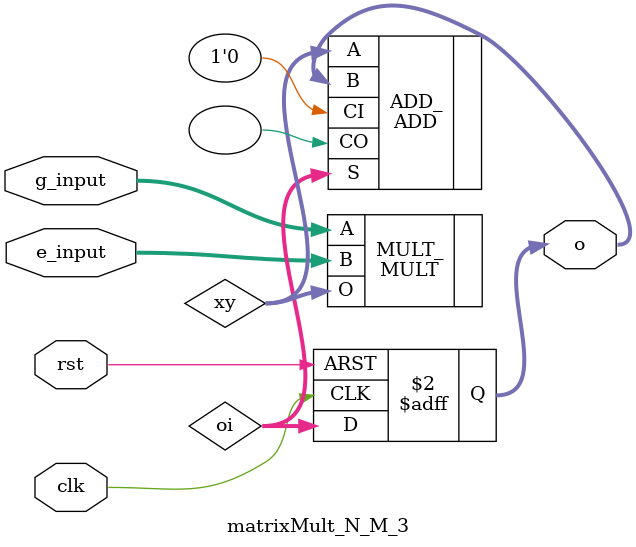
<source format=v>
`timescale 1ns / 1ps
module matrixMult_N_M_3
#(
	parameter N=3,
	parameter M=32
)
(
	clk,
	rst,
	g_input,
	e_input,
	o
);
	input clk,rst;
	input[M-1:0] g_input;
	input[M-1:0] e_input;
	output reg[M-1:0] o;

	wire [M-1:0] xy;
	wire [M-1:0] oi;
	
	//assign xy = g_input*e_input;
	MULT 
	#(
		.N(M)
	) 
	MULT_ 
	(
		.A(g_input), 
		.B(e_input), 
		.O(xy)
	);
	
	
	ADD 
	#(
		.N(M)
	) 
	ADD_ 
	(
		.A(xy), 
		.B(o), 
		.CI(1'b0), 
		.S(oi), 
		.CO()
	);

	always@(posedge clk or posedge rst)
	begin
		if(rst)
		begin
			o <= 'b0;
		end
		else
		begin
			o <= oi;
		end
	end
endmodule

</source>
